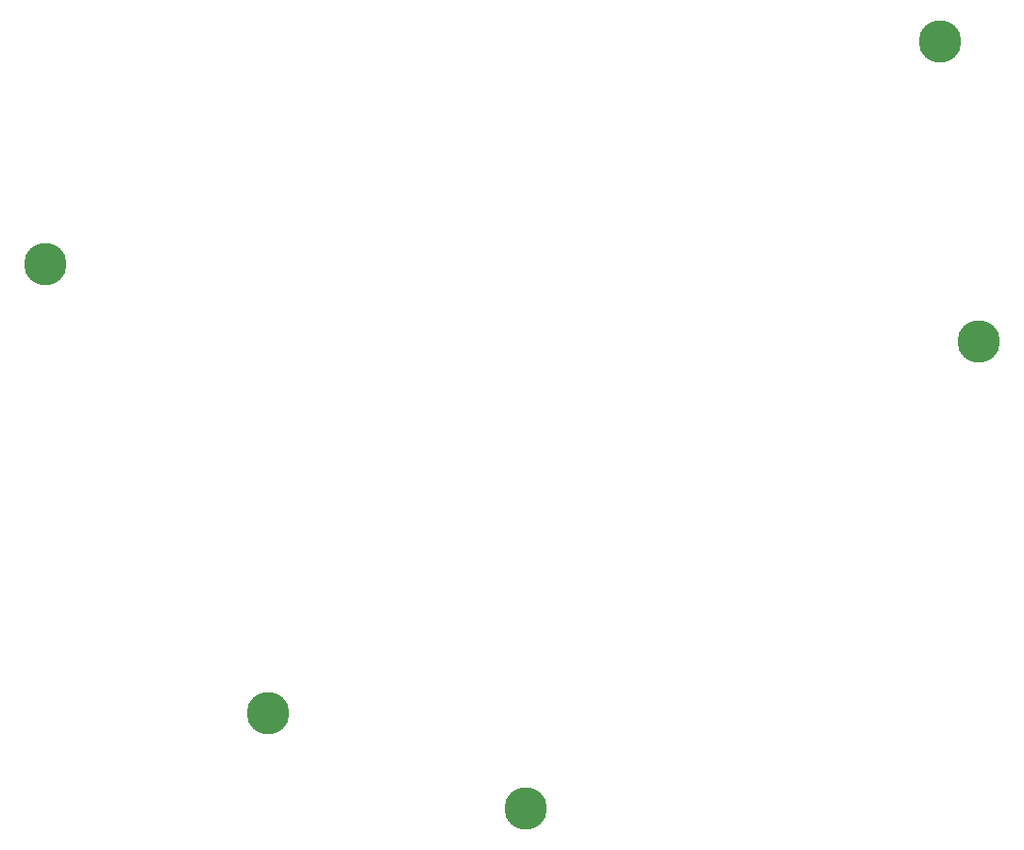
<source format=gbr>
%TF.GenerationSoftware,KiCad,Pcbnew,(6.0.7-1)-1*%
%TF.CreationDate,2022-09-15T11:20:25-04:00*%
%TF.ProjectId,skyline_pcb_bottom_plate,736b796c-696e-4655-9f70-63625f626f74,v1.0.0*%
%TF.SameCoordinates,Original*%
%TF.FileFunction,Copper,L1,Top*%
%TF.FilePolarity,Positive*%
%FSLAX46Y46*%
G04 Gerber Fmt 4.6, Leading zero omitted, Abs format (unit mm)*
G04 Created by KiCad (PCBNEW (6.0.7-1)-1) date 2022-09-15 11:20:25*
%MOMM*%
%LPD*%
G01*
G04 APERTURE LIST*
%TA.AperFunction,ConnectorPad*%
%ADD10C,3.800000*%
%TD*%
%TA.AperFunction,ComponentPad*%
%ADD11C,2.600000*%
%TD*%
G04 APERTURE END LIST*
D10*
%TO.P,REF\u002A\u002A,1*%
%TO.N,N/C*%
X189920000Y-203813307D03*
D11*
X189920000Y-203813307D03*
%TD*%
D10*
%TO.P,REF\u002A\u002A,1*%
%TO.N,N/C*%
X227094716Y-134929619D03*
D11*
X227094716Y-134929619D03*
%TD*%
%TO.P,REF\u002A\u002A,1*%
%TO.N,N/C*%
X166820000Y-195213307D03*
D10*
X166820000Y-195213307D03*
%TD*%
%TO.P,REF\u002A\u002A,1*%
%TO.N,N/C*%
X230520000Y-161913307D03*
D11*
X230520000Y-161913307D03*
%TD*%
D10*
%TO.P,REF\u002A\u002A,1*%
%TO.N,N/C*%
X146830000Y-154953307D03*
D11*
X146830000Y-154953307D03*
%TD*%
M02*

</source>
